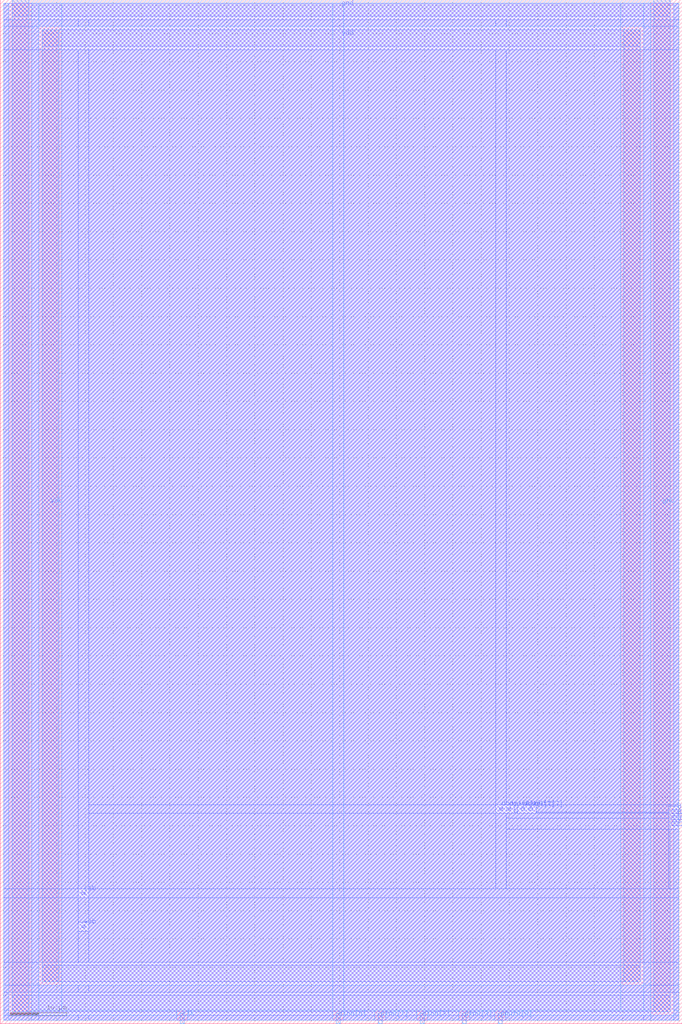
<source format=lef>
VERSION 5.4 ;
NAMESCASESENSITIVE ON ;
BUSBITCHARS "[]" ;
DIVIDERCHAR "/" ;
UNITS
  DATABASE MICRONS 2000 ;
END UNITS
MACRO sram_0rw2r1w_4_16_sky130A
   CLASS BLOCK ;
   SIZE 120.54 BY 180.96 ;
   SYMMETRY X Y R90 ;
   PIN din0[0]
      DIRECTION INPUT ;
      PORT
         LAYER met4 ;
         RECT  59.36 0.0 60.12 1.82 ;
      END
   END din0[0]
   PIN din0[1]
      DIRECTION INPUT ;
      PORT
         LAYER met4 ;
         RECT  66.78 0.0 67.54 1.82 ;
      END
   END din0[1]
   PIN din0[2]
      DIRECTION INPUT ;
      PORT
         LAYER met4 ;
         RECT  74.2 0.0 74.96 1.82 ;
      END
   END din0[2]
   PIN din0[3]
      DIRECTION INPUT ;
      PORT
         LAYER met4 ;
         RECT  81.62 0.0 82.38 1.82 ;
      END
   END din0[3]
   PIN addr[0]
      DIRECTION INPUT ;
      PORT
      END
   END addr[0]
   PIN addr[1]
      DIRECTION INPUT ;
      PORT
      END
   END addr[1]
   PIN addr[2]
      DIRECTION INPUT ;
      PORT
      END
   END addr[2]
   PIN addr[3]
      DIRECTION INPUT ;
      PORT
      END
   END addr[3]
   PIN addr[4]
      DIRECTION INPUT ;
      PORT
      END
   END addr[4]
   PIN addr[5]
      DIRECTION INPUT ;
      PORT
      END
   END addr[5]
   PIN csb
      DIRECTION INPUT ;
      PORT
         LAYER met3 ;
         RECT  14.405 22.855 15.065 23.225 ;
      END
   END csb
   PIN web
      DIRECTION INPUT ;
      PORT
         LAYER met3 ;
         RECT  14.405 16.935 15.065 17.305 ;
      END
   END web
   PIN clk
      DIRECTION INPUT ;
      PORT
         LAYER met4 ;
         RECT  31.8 0.0 32.56 1.82 ;
      END
   END clk
   PIN dout0[0]
      DIRECTION OUTPUT ;
      PORT
         LAYER met4 ;
         RECT  87.98 0.0 88.74 1.82 ;
      END
   END dout0[0]
   PIN dout1[0]
      DIRECTION OUTPUT ;
      PORT
         LAYER met3 ;
         RECT  88.19 37.775 88.85 38.145 ;
      END
   END dout1[0]
   PIN dout0[1]
      DIRECTION OUTPUT ;
      PORT
         LAYER met3 ;
         RECT  118.72 34.98 120.54 35.74 ;
      END
   END dout0[1]
   PIN dout1[1]
      DIRECTION OUTPUT ;
      PORT
         LAYER met3 ;
         RECT  89.55 37.775 90.21 38.145 ;
      END
   END dout1[1]
   PIN dout0[2]
      DIRECTION OUTPUT ;
      PORT
         LAYER met3 ;
         RECT  118.72 36.04 120.54 36.8 ;
      END
   END dout0[2]
   PIN dout1[2]
      DIRECTION OUTPUT ;
      PORT
         LAYER met3 ;
         RECT  92.08 37.775 92.74 38.145 ;
      END
   END dout1[2]
   PIN dout0[3]
      DIRECTION OUTPUT ;
      PORT
         LAYER met3 ;
         RECT  118.72 37.1 120.54 37.86 ;
      END
   END dout0[3]
   PIN dout1[3]
      DIRECTION OUTPUT ;
      PORT
         LAYER met3 ;
         RECT  93.44 37.775 94.1 38.145 ;
      END
   END dout1[3]
   PIN vdd
      DIRECTION INOUT ;
      USE POWER ; 
      SHAPE ABUTMENT ; 
      PORT
         LAYER met3 ;
         RECT  7.42 7.42 113.12 10.3 ;
         LAYER met4 ;
         RECT  110.24 7.42 113.12 175.66 ;
         LAYER met3 ;
         RECT  7.42 172.78 113.12 175.66 ;
         LAYER met4 ;
         RECT  7.42 7.42 10.3 175.66 ;
      END
   END vdd
   PIN gnd
      DIRECTION INOUT ;
      USE GROUND ; 
      SHAPE ABUTMENT ; 
      PORT
         LAYER met3 ;
         RECT  2.12 2.12 118.42 5.0 ;
         LAYER met4 ;
         RECT  2.12 2.12 5.0 180.96 ;
         LAYER met4 ;
         RECT  115.54 2.12 118.42 180.96 ;
         LAYER met3 ;
         RECT  2.12 178.08 118.42 180.96 ;
      END
   END gnd
   OBS
   LAYER  met1 ;
      RECT  0.62 0.62 119.92 180.34 ;
   LAYER  met2 ;
      RECT  0.62 0.62 119.92 180.34 ;
   LAYER  met3 ;
      RECT  0.62 22.255 13.805 23.825 ;
      RECT  15.665 22.255 119.92 23.825 ;
      RECT  13.805 17.905 15.665 22.255 ;
      RECT  15.665 23.825 87.59 37.175 ;
      RECT  15.665 37.175 87.59 38.745 ;
      RECT  87.59 23.825 89.45 37.175 ;
      RECT  89.45 23.825 118.12 34.38 ;
      RECT  89.45 34.38 118.12 36.34 ;
      RECT  89.45 36.34 118.12 37.175 ;
      RECT  118.12 23.825 119.92 34.38 ;
      RECT  90.81 37.175 91.48 37.4 ;
      RECT  90.81 37.4 91.48 38.745 ;
      RECT  118.12 38.46 119.92 38.745 ;
      RECT  94.7 37.175 118.12 37.4 ;
      RECT  94.7 37.4 118.12 38.745 ;
      RECT  0.62 6.82 6.82 10.9 ;
      RECT  0.62 10.9 6.82 22.255 ;
      RECT  6.82 10.9 13.805 22.255 ;
      RECT  15.665 10.9 113.72 22.255 ;
      RECT  113.72 6.82 119.92 10.9 ;
      RECT  113.72 10.9 119.92 22.255 ;
      RECT  13.805 10.9 15.665 16.335 ;
      RECT  0.62 23.825 6.82 172.18 ;
      RECT  0.62 172.18 6.82 176.26 ;
      RECT  6.82 23.825 13.805 172.18 ;
      RECT  13.805 23.825 15.665 172.18 ;
      RECT  15.665 38.745 87.59 172.18 ;
      RECT  87.59 38.745 89.45 172.18 ;
      RECT  89.45 38.745 113.72 172.18 ;
      RECT  113.72 38.745 119.92 172.18 ;
      RECT  113.72 172.18 119.92 176.26 ;
      RECT  0.62 0.62 1.52 1.52 ;
      RECT  0.62 1.52 1.52 5.6 ;
      RECT  0.62 5.6 1.52 6.82 ;
      RECT  1.52 0.62 6.82 1.52 ;
      RECT  1.52 5.6 6.82 6.82 ;
      RECT  6.82 0.62 13.805 1.52 ;
      RECT  6.82 5.6 13.805 6.82 ;
      RECT  15.665 0.62 113.72 1.52 ;
      RECT  15.665 5.6 113.72 6.82 ;
      RECT  113.72 0.62 119.02 1.52 ;
      RECT  113.72 5.6 119.02 6.82 ;
      RECT  119.02 0.62 119.92 1.52 ;
      RECT  119.02 1.52 119.92 5.6 ;
      RECT  119.02 5.6 119.92 6.82 ;
      RECT  13.805 0.62 15.665 1.52 ;
      RECT  13.805 5.6 15.665 6.82 ;
      RECT  0.62 176.26 1.52 177.48 ;
      RECT  0.62 177.48 1.52 180.34 ;
      RECT  1.52 176.26 6.82 177.48 ;
      RECT  6.82 176.26 13.805 177.48 ;
      RECT  13.805 176.26 15.665 177.48 ;
      RECT  15.665 176.26 87.59 177.48 ;
      RECT  87.59 176.26 89.45 177.48 ;
      RECT  89.45 176.26 113.72 177.48 ;
      RECT  113.72 176.26 119.02 177.48 ;
      RECT  119.02 176.26 119.92 177.48 ;
      RECT  119.02 177.48 119.92 180.34 ;
   LAYER  met4 ;
      RECT  58.76 2.42 60.72 180.34 ;
      RECT  60.72 0.62 66.18 2.42 ;
      RECT  68.14 0.62 73.6 2.42 ;
      RECT  75.56 0.62 81.02 2.42 ;
      RECT  33.16 0.62 58.76 2.42 ;
      RECT  82.98 0.62 87.38 2.42 ;
      RECT  60.72 2.42 109.64 6.82 ;
      RECT  60.72 6.82 109.64 176.26 ;
      RECT  60.72 176.26 109.64 180.34 ;
      RECT  109.64 2.42 113.72 6.82 ;
      RECT  109.64 176.26 113.72 180.34 ;
      RECT  6.82 2.42 10.9 6.82 ;
      RECT  6.82 176.26 10.9 180.34 ;
      RECT  10.9 2.42 58.76 6.82 ;
      RECT  10.9 6.82 58.76 176.26 ;
      RECT  10.9 176.26 58.76 180.34 ;
      RECT  0.62 0.62 1.52 1.52 ;
      RECT  0.62 1.52 1.52 2.42 ;
      RECT  1.52 0.62 5.6 1.52 ;
      RECT  5.6 0.62 31.2 1.52 ;
      RECT  5.6 1.52 31.2 2.42 ;
      RECT  0.62 2.42 1.52 6.82 ;
      RECT  5.6 2.42 6.82 6.82 ;
      RECT  0.62 6.82 1.52 176.26 ;
      RECT  5.6 6.82 6.82 176.26 ;
      RECT  0.62 176.26 1.52 180.34 ;
      RECT  5.6 176.26 6.82 180.34 ;
      RECT  89.34 0.62 114.94 1.52 ;
      RECT  89.34 1.52 114.94 2.42 ;
      RECT  114.94 0.62 119.02 1.52 ;
      RECT  119.02 0.62 119.92 1.52 ;
      RECT  119.02 1.52 119.92 2.42 ;
      RECT  113.72 2.42 114.94 6.82 ;
      RECT  119.02 2.42 119.92 6.82 ;
      RECT  113.72 6.82 114.94 176.26 ;
      RECT  119.02 6.82 119.92 176.26 ;
      RECT  113.72 176.26 114.94 180.34 ;
      RECT  119.02 176.26 119.92 180.34 ;
   END
END    sram_0rw2r1w_4_16_sky130A
END    LIBRARY

</source>
